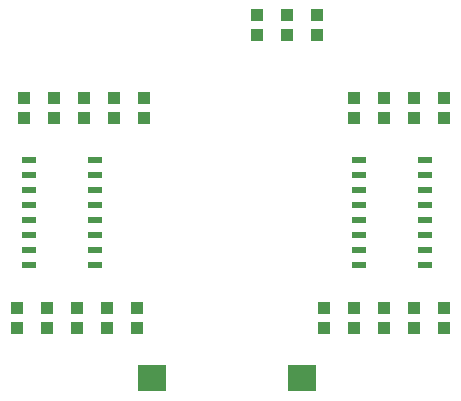
<source format=gbr>
G04 EAGLE Gerber RS-274X export*
G75*
%MOMM*%
%FSLAX34Y34*%
%LPD*%
%INSolderpaste Top*%
%IPPOS*%
%AMOC8*
5,1,8,0,0,1.08239X$1,22.5*%
G01*
%ADD10R,1.200000X0.600000*%
%ADD11R,1.000000X1.100000*%
%ADD12R,0.635000X1.270000*%
%ADD13R,2.438400X2.286000*%


D10*
X370900Y120650D03*
X370900Y133350D03*
X370900Y146050D03*
X370900Y158750D03*
X370900Y171450D03*
X370900Y184150D03*
X370900Y196850D03*
X370900Y209550D03*
X314900Y209550D03*
X314900Y196850D03*
X314900Y184150D03*
X314900Y171450D03*
X314900Y158750D03*
X314900Y146050D03*
X314900Y133350D03*
X314900Y120650D03*
X35500Y209550D03*
X35500Y196850D03*
X35500Y184150D03*
X35500Y171450D03*
X35500Y158750D03*
X35500Y146050D03*
X35500Y133350D03*
X35500Y120650D03*
X91500Y120650D03*
X91500Y133350D03*
X91500Y146050D03*
X91500Y158750D03*
X91500Y171450D03*
X91500Y184150D03*
X91500Y196850D03*
X91500Y209550D03*
D11*
X107950Y245500D03*
X107950Y262500D03*
X285750Y84700D03*
X285750Y67700D03*
X311150Y84700D03*
X311150Y67700D03*
X336550Y84700D03*
X336550Y67700D03*
X361950Y84700D03*
X361950Y67700D03*
X387350Y84700D03*
X387350Y67700D03*
X387350Y245500D03*
X387350Y262500D03*
X361950Y245500D03*
X361950Y262500D03*
X311150Y245500D03*
X311150Y262500D03*
X336550Y245500D03*
X336550Y262500D03*
X133350Y245500D03*
X133350Y262500D03*
X57150Y245500D03*
X57150Y262500D03*
X82550Y245500D03*
X82550Y262500D03*
X31750Y245500D03*
X31750Y262500D03*
X25400Y84700D03*
X25400Y67700D03*
X50800Y84700D03*
X50800Y67700D03*
X101600Y84700D03*
X101600Y67700D03*
X76200Y84700D03*
X76200Y67700D03*
X254000Y315350D03*
X254000Y332350D03*
X228600Y315350D03*
X228600Y332350D03*
X279400Y315350D03*
X279400Y332350D03*
X127000Y84700D03*
X127000Y67700D03*
D12*
X262581Y25400D03*
X270819Y25400D03*
D13*
X266700Y25400D03*
D12*
X143819Y25400D03*
X135581Y25400D03*
D13*
X139700Y25400D03*
M02*

</source>
